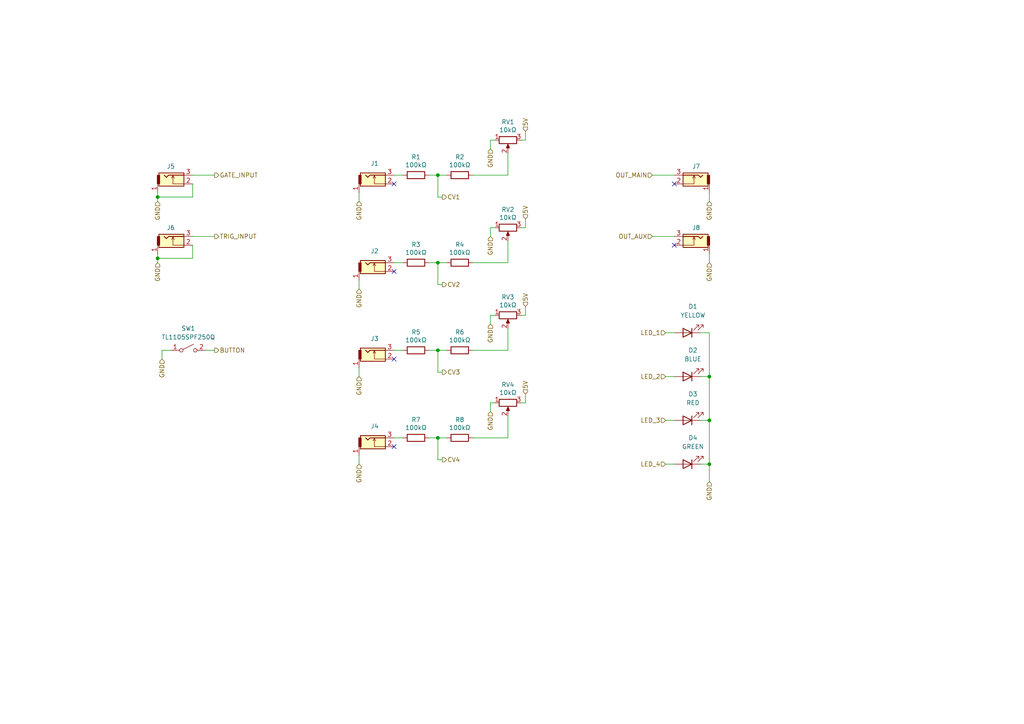
<source format=kicad_sch>
(kicad_sch (version 20231120) (generator "eeschema") (generator_version "8.0")
  (paper "A4")
  (title_block (title "Envelope") (date "2024-05-13") (rev "v2.0") (company "Free Modular"))
  (lib_symbols
    (symbol "Device:LED" (pin_numbers hide) (pin_names (offset 1.016) hide)
      (property "Reference" "D" (at 0 2.54 0))
      (property "Value" "LED" (at 0 -2.54 0))
      (symbol "LED_0_1"
        (polyline (pts (xy -1.27 -1.27) (xy -1.27 1.27)) (stroke (width 0.254)))
        (polyline (pts (xy -1.27 0) (xy 1.27 0)))
        (polyline (pts (xy 1.27 -1.27) (xy 1.27 1.27) (xy -1.27 0) (xy 1.27 -1.27)) (stroke (width 0.254)))
        (polyline (pts (xy -3.048 -0.762) (xy -4.572 -2.286) (xy -3.81 -2.286) (xy -4.572 -2.286) (xy -4.572 -1.524)))
        (polyline (pts (xy -1.778 -0.762) (xy -3.302 -2.286) (xy -2.54 -2.286) (xy -3.302 -2.286) (xy -3.302 -1.524)))
      )
      (symbol "LED_1_1"
        (pin passive line (at -3.81 0 0) (length 2.54) (name "K") (number "1"))
        (pin passive line (at 3.81 0 180) (length 2.54) (name "A") (number "2"))
      )
    )
    (symbol "Device:R" (pin_numbers hide) (pin_names (offset 0))
      (property "Reference" "R" (at 2.032 0 90))
      (property "Value" "R" (at 0 0 90))
      (symbol "R_0_1"
        (rectangle (start -1.016 -2.54) (end 1.016 2.54) (stroke (width 0.254)))
      )
      (symbol "R_1_1"
        (pin passive line (at 0 3.81 270) (length 1.27) (name "~") (number "1"))
        (pin passive line (at 0 -3.81 90) (length 1.27) (name "~") (number "2"))
      )
    )
    (symbol "FreeModular:THONKICONN" (pin_names (offset 1.016))
      (property "Reference" "J" (at -1.27 4.445 0))
      (symbol "THONKICONN_0_1"
        (rectangle (start -4.699 3.175) (end 2.54 -0.635) (stroke (width 0.254)) (fill (type background)))
        (rectangle (start -4.445 0) (end -5.207 2.54) (fill (type outline)))
        (polyline (pts (xy -0.635 2.413) (xy -0.254 1.651)))
        (polyline (pts (xy 2.54 0) (xy -0.635 0) (xy -0.635 2.413) (xy -1.016 1.651)))
        (polyline (pts (xy 2.54 2.54) (xy -1.905 2.54) (xy -2.54 1.905) (xy -3.175 2.54)) (stroke (width 0.254)))
      )
      (symbol "THONKICONN_1_1"
        (pin passive line (at -5.08 -2.54 90) (length 2.54) (name "~") (number "1"))
        (pin passive line (at 5.08 0 180) (length 2.54) (name "~") (number "2"))
        (pin passive line (at 5.08 2.54 180) (length 2.54) (name "~") (number "3"))
      )
    )
    (symbol "Switch:SW_SPST" (pin_names (offset 0) hide)
      (property "Reference" "SW" (at 0 3.175 0))
      (property "Value" "SW_SPST" (at 0 -2.54 0))
      (symbol "SW_SPST_0_0"
        (circle (center -2.032 0) (radius 0.508))
        (polyline (pts (xy -1.524 0.254) (xy 1.524 1.778)))
        (circle (center 2.032 0) (radius 0.508))
      )
      (symbol "SW_SPST_1_1"
        (pin passive line (at -5.08 0 0) (length 2.54) (name "A") (number "1"))
        (pin passive line (at 5.08 0 180) (length 2.54) (name "B") (number "2"))
      )
    )
    (symbol "envelope_front_pcb-rescue:R_POT-Device" (pin_names (offset 1.016) hide)
      (property "Reference" "RV" (at -4.445 0 90))
      (property "Value" "Device_R_POT" (at -2.54 0 90))
      (symbol "R_POT-Device_0_1"
        (polyline (pts (xy 2.54 0) (xy 1.524 0)))
        (polyline (pts (xy 1.143 0) (xy 2.286 0.508) (xy 2.286 -0.508) (xy 1.143 0)) (fill (type outline)))
        (rectangle (start 1.016 2.54) (end -1.016 -2.54) (stroke (width 0.254)))
      )
      (symbol "R_POT-Device_1_1"
        (pin passive line (at 0 3.81 270) (length 1.27) (name "1") (number "1"))
        (pin passive line (at 3.81 0 180) (length 1.27) (name "2") (number "2"))
        (pin passive line (at 0 -3.81 90) (length 1.27) (name "3") (number "3"))
      )
    )
    (symbol "envelope_front_pcb-rescue:THONKICONN-free_modular" (pin_names (offset 1.016))
      (property "Reference" "J" (at -1.27 4.445 0))
      (symbol "THONKICONN-free_modular_0_1"
        (rectangle (start -4.699 3.175) (end 2.54 -0.635) (stroke (width 0.254)) (fill (type background)))
        (rectangle (start -4.445 0) (end -5.207 2.54) (fill (type outline)))
        (polyline (pts (xy -0.635 2.413) (xy -0.254 1.651)))
        (polyline (pts (xy 2.54 0) (xy -0.635 0) (xy -0.635 2.413) (xy -1.016 1.651)))
        (polyline (pts (xy 2.54 2.54) (xy -1.905 2.54) (xy -2.54 1.905) (xy -3.175 2.54)) (stroke (width 0.254)))
      )
      (symbol "THONKICONN-free_modular_1_1"
        (pin passive line (at -5.08 -2.54 90) (length 2.54) (name "~") (number "1"))
        (pin passive line (at 5.08 0 180) (length 2.54) (name "~") (number "2"))
        (pin passive line (at 5.08 2.54 180) (length 2.54) (name "~") (number "3"))
      )
    )
  )
  (junction (at 205.74 134.62))
  (junction (at 45.72 74.93))
  (junction (at 205.74 109.22))
  (junction (at 127 127))
  (junction (at 127 50.8))
  (junction (at 127 76.2))
  (junction (at 205.74 121.92))
  (junction (at 45.72 57.15))
  (junction (at 127 101.6))
  (no_connect (at 114.3 78.74))
  (no_connect (at 195.58 71.12))
  (no_connect (at 195.58 53.34))
  (no_connect (at 114.3 104.14))
  (no_connect (at 114.3 129.54))
  (no_connect (at 114.3 53.34))
  (wire (pts (xy 45.72 57.15) (xy 45.72 58.42)))
  (wire (pts (xy 127 76.2) (xy 129.54 76.2)))
  (wire (pts (xy 193.04 121.92) (xy 195.58 121.92)))
  (wire (pts (xy 147.32 120.65) (xy 147.32 127)))
  (wire (pts (xy 49.53 101.6) (xy 46.99 101.6)))
  (wire (pts (xy 127 133.35) (xy 128.27 133.35)))
  (wire (pts (xy 152.4 63.5) (xy 152.4 66.04)))
  (wire (pts (xy 55.88 71.12) (xy 55.88 74.93)))
  (wire (pts (xy 143.51 91.44) (xy 142.24 91.44)))
  (wire (pts (xy 203.2 96.52) (xy 205.74 96.52)))
  (wire (pts (xy 137.16 76.2) (xy 147.32 76.2)))
  (wire (pts (xy 45.72 73.66) (xy 45.72 74.93)))
  (wire (pts (xy 143.51 116.84) (xy 142.24 116.84)))
  (wire (pts (xy 152.4 40.64) (xy 151.13 40.64)))
  (wire (pts (xy 127 127) (xy 127 133.35)))
  (wire (pts (xy 205.74 134.62) (xy 205.74 139.7)))
  (wire (pts (xy 205.74 55.88) (xy 205.74 58.42)))
  (wire (pts (xy 55.88 50.8) (xy 62.23 50.8)))
  (wire (pts (xy 152.4 38.1) (xy 152.4 40.64)))
  (wire (pts (xy 62.23 101.6) (xy 59.69 101.6)))
  (wire (pts (xy 114.3 127) (xy 116.84 127)))
  (wire (pts (xy 55.88 74.93) (xy 45.72 74.93)))
  (wire (pts (xy 137.16 127) (xy 147.32 127)))
  (wire (pts (xy 55.88 53.34) (xy 55.88 57.15)))
  (wire (pts (xy 124.46 127) (xy 127 127)))
  (wire (pts (xy 127 101.6) (xy 129.54 101.6)))
  (wire (pts (xy 195.58 68.58) (xy 189.23 68.58)))
  (wire (pts (xy 152.4 91.44) (xy 151.13 91.44)))
  (wire (pts (xy 45.72 55.88) (xy 45.72 57.15)))
  (wire (pts (xy 104.14 109.22) (xy 104.14 106.68)))
  (wire (pts (xy 152.4 66.04) (xy 151.13 66.04)))
  (wire (pts (xy 104.14 58.42) (xy 104.14 55.88)))
  (wire (pts (xy 205.74 109.22) (xy 205.74 121.92)))
  (wire (pts (xy 142.24 40.64) (xy 142.24 43.18)))
  (wire (pts (xy 114.3 76.2) (xy 116.84 76.2)))
  (wire (pts (xy 143.51 66.04) (xy 142.24 66.04)))
  (wire (pts (xy 127 82.55) (xy 128.27 82.55)))
  (wire (pts (xy 205.74 96.52) (xy 205.74 109.22)))
  (wire (pts (xy 114.3 50.8) (xy 116.84 50.8)))
  (wire (pts (xy 203.2 121.92) (xy 205.74 121.92)))
  (wire (pts (xy 127 76.2) (xy 127 82.55)))
  (wire (pts (xy 147.32 69.85) (xy 147.32 76.2)))
  (wire (pts (xy 55.88 57.15) (xy 45.72 57.15)))
  (wire (pts (xy 152.4 116.84) (xy 151.13 116.84)))
  (wire (pts (xy 127 107.95) (xy 128.27 107.95)))
  (wire (pts (xy 143.51 40.64) (xy 142.24 40.64)))
  (wire (pts (xy 127 50.8) (xy 129.54 50.8)))
  (wire (pts (xy 142.24 66.04) (xy 142.24 68.58)))
  (wire (pts (xy 137.16 101.6) (xy 147.32 101.6)))
  (wire (pts (xy 193.04 109.22) (xy 195.58 109.22)))
  (wire (pts (xy 152.4 114.3) (xy 152.4 116.84)))
  (wire (pts (xy 127 57.15) (xy 128.27 57.15)))
  (wire (pts (xy 152.4 88.9) (xy 152.4 91.44)))
  (wire (pts (xy 205.74 73.66) (xy 205.74 76.2)))
  (wire (pts (xy 104.14 83.82) (xy 104.14 81.28)))
  (wire (pts (xy 124.46 76.2) (xy 127 76.2)))
  (wire (pts (xy 147.32 50.8) (xy 137.16 50.8)))
  (wire (pts (xy 46.99 101.6) (xy 46.99 104.14)))
  (wire (pts (xy 55.88 68.58) (xy 62.23 68.58)))
  (wire (pts (xy 114.3 101.6) (xy 116.84 101.6)))
  (wire (pts (xy 124.46 101.6) (xy 127 101.6)))
  (wire (pts (xy 104.14 134.62) (xy 104.14 132.08)))
  (wire (pts (xy 195.58 50.8) (xy 189.23 50.8)))
  (wire (pts (xy 127 127) (xy 129.54 127)))
  (wire (pts (xy 142.24 116.84) (xy 142.24 119.38)))
  (wire (pts (xy 45.72 74.93) (xy 45.72 76.2)))
  (wire (pts (xy 203.2 134.62) (xy 205.74 134.62)))
  (wire (pts (xy 127 50.8) (xy 127 57.15)))
  (wire (pts (xy 203.2 109.22) (xy 205.74 109.22)))
  (wire (pts (xy 124.46 50.8) (xy 127 50.8)))
  (wire (pts (xy 142.24 91.44) (xy 142.24 93.98)))
  (wire (pts (xy 193.04 134.62) (xy 195.58 134.62)))
  (wire (pts (xy 127 101.6) (xy 127 107.95)))
  (wire (pts (xy 147.32 95.25) (xy 147.32 101.6)))
  (wire (pts (xy 205.74 121.92) (xy 205.74 134.62)))
  (wire (pts (xy 147.32 44.45) (xy 147.32 50.8)))
  (wire (pts (xy 193.04 96.52) (xy 195.58 96.52)))
  (hierarchical_label "CV2" (shape output) (at 128.27 82.55 0))
  (hierarchical_label "BUTTON" (shape output) (at 62.23 101.6 0))
  (hierarchical_label "GND" (shape input) (at 142.24 43.18 270))
  (hierarchical_label "GND" (shape input) (at 205.74 76.2 270))
  (hierarchical_label "GND" (shape input) (at 104.14 134.62 270))
  (hierarchical_label "GND" (shape input) (at 205.74 139.7 270))
  (hierarchical_label "GND" (shape input) (at 104.14 83.82 270))
  (hierarchical_label "GND" (shape input) (at 104.14 109.22 270))
  (hierarchical_label "CV4" (shape output) (at 128.27 133.35 0))
  (hierarchical_label "OUT_AUX" (shape input) (at 189.23 68.58 180))
  (hierarchical_label "LED_3" (shape input) (at 193.04 121.92 180))
  (hierarchical_label "5V" (shape input) (at 152.4 114.3 90))
  (hierarchical_label "GND" (shape input) (at 46.99 104.14 270))
  (hierarchical_label "TRIG_INPUT" (shape output) (at 62.23 68.58 0))
  (hierarchical_label "GND" (shape input) (at 205.74 58.42 270))
  (hierarchical_label "CV3" (shape output) (at 128.27 107.95 0))
  (hierarchical_label "GND" (shape input) (at 142.24 119.38 270))
  (hierarchical_label "GND" (shape input) (at 45.72 58.42 270))
  (hierarchical_label "GND" (shape input) (at 104.14 58.42 270))
  (hierarchical_label "LED_4" (shape input) (at 193.04 134.62 180))
  (hierarchical_label "GND" (shape input) (at 45.72 76.2 270))
  (hierarchical_label "LED_2" (shape input) (at 193.04 109.22 180))
  (hierarchical_label "GND" (shape input) (at 142.24 68.58 270))
  (hierarchical_label "OUT_MAIN" (shape input) (at 189.23 50.8 180))
  (hierarchical_label "GATE_INPUT" (shape output) (at 62.23 50.8 0))
  (hierarchical_label "CV1" (shape output) (at 128.27 57.15 0))
  (hierarchical_label "5V" (shape input) (at 152.4 88.9 90))
  (hierarchical_label "GND" (shape input) (at 142.24 93.98 270))
  (hierarchical_label "5V" (shape input) (at 152.4 63.5 90))
  (hierarchical_label "LED_1" (shape input) (at 193.04 96.52 180))
  (hierarchical_label "5V" (shape input) (at 152.4 38.1 90))
  (symbol (lib_id "envelope_front_pcb-rescue:THONKICONN-free_modular") (at 109.22 104.14 0) (unit 1)
    (property "Reference" "J3" (at 108.6612 98.2218 0))
    (property "Value" "THONKICONN" (effects (hide yes)))
    (property "Footprint" "FreeModular:THONKICONN" (effects (hide yes)))
  )
  (symbol (lib_id "Device:R") (at 120.65 76.2 90) (unit 1)
    (property "Reference" "R3" (at 120.65 70.9422 90))
    (property "Value" "100kΩ" (at 120.65 73.2536 90))
    (property "Footprint" "Resistor_THT:R_Axial_DIN0207_L6.3mm_D2.5mm_P10.16mm_Horizontal" (effects (hide yes)))
  )
  (symbol (lib_id "Device:R") (at 133.35 127 90) (unit 1)
    (property "Reference" "R8" (at 133.35 121.7422 90))
    (property "Value" "100kΩ" (at 133.35 124.0536 90))
    (property "Footprint" "Resistor_THT:R_Axial_DIN0207_L6.3mm_D2.5mm_P10.16mm_Horizontal" (effects (hide yes)))
  )
  (symbol (lib_id "envelope_front_pcb-rescue:R_POT-Device") (at 147.32 40.64 90) (mirror x) (unit 1)
    (property "Reference" "RV1" (at 147.32 35.3822 90))
    (property "Value" "10kΩ" (at 147.32 37.6936 90))
    (property "Footprint" "Potentiometer_THT:Potentiometer_Alpha_RD901F-40-00D_Single_Vertical" (effects (hide yes)))
  )
  (symbol (lib_id "envelope_front_pcb-rescue:THONKICONN-free_modular") (at 109.22 129.54 0) (unit 1)
    (property "Reference" "J4" (at 108.6612 123.6218 0))
    (property "Value" "THONKICONN" (effects (hide yes)))
    (property "Footprint" "FreeModular:THONKICONN" (effects (hide yes)))
  )
  (symbol (lib_id "Device:LED") (at 199.39 109.22 180) (unit 1)
    (property "Reference" "D2" (at 200.9775 101.6 0))
    (property "Value" "BLUE" (at 200.9775 104.14 0))
    (property "Footprint" "LED_THT:LED_D3.0mm" (effects (hide yes)))
    (property "Description" "Light emitting diode" (effects (hide yes)))
  )
  (symbol (lib_id "FreeModular:THONKICONN") (at 50.8 53.34 0) (unit 1)
    (property "Reference" "J5" (at 49.53 48.26 0))
    (property "Value" "THONKICONN" (effects (hide yes)))
    (property "Footprint" "FreeModular:THONKICONN" (effects (hide yes)))
    (property "Description" "2-pin audio jack receptable (mono/TS connector) with switching contact" (effects (hide yes)))
  )
  (symbol (lib_id "envelope_front_pcb-rescue:R_POT-Device") (at 147.32 66.04 90) (mirror x) (unit 1)
    (property "Reference" "RV2" (at 147.32 60.7822 90))
    (property "Value" "10kΩ" (at 147.32 63.0936 90))
    (property "Footprint" "Potentiometer_THT:Potentiometer_Alpha_RD901F-40-00D_Single_Vertical" (effects (hide yes)))
  )
  (symbol (lib_id "Device:R") (at 120.65 50.8 90) (unit 1)
    (property "Reference" "R1" (at 120.65 45.5422 90))
    (property "Value" "100kΩ" (at 120.65 47.8536 90))
    (property "Footprint" "Resistor_THT:R_Axial_DIN0207_L6.3mm_D2.5mm_P10.16mm_Horizontal" (effects (hide yes)))
  )
  (symbol (lib_id "Device:R") (at 120.65 101.6 90) (unit 1)
    (property "Reference" "R5" (at 120.65 96.3422 90))
    (property "Value" "100kΩ" (at 120.65 98.6536 90))
    (property "Footprint" "Resistor_THT:R_Axial_DIN0207_L6.3mm_D2.5mm_P10.16mm_Horizontal" (effects (hide yes)))
  )
  (symbol (lib_id "Switch:SW_SPST") (at 54.61 101.6 0) (unit 1)
    (property "Reference" "SW1" (at 54.61 95.25 0))
    (property "Value" "TL1105SPF250Q" (at 54.61 97.79 0))
    (property "Footprint" "Button_Switch_THT:SW_PUSH_6mm_H13mm" (effects (hide yes)))
    (property "Description" "Single Pole Single Throw (SPST) switch" (effects (hide yes)))
  )
  (symbol (lib_id "Device:R") (at 133.35 50.8 90) (unit 1)
    (property "Reference" "R2" (at 133.35 45.5422 90))
    (property "Value" "100kΩ" (at 133.35 47.8536 90))
    (property "Footprint" "Resistor_THT:R_Axial_DIN0207_L6.3mm_D2.5mm_P10.16mm_Horizontal" (effects (hide yes)))
  )
  (symbol (lib_id "Device:R") (at 133.35 76.2 90) (unit 1)
    (property "Reference" "R4" (at 133.35 70.9422 90))
    (property "Value" "100kΩ" (at 133.35 73.2536 90))
    (property "Footprint" "Resistor_THT:R_Axial_DIN0207_L6.3mm_D2.5mm_P10.16mm_Horizontal" (effects (hide yes)))
  )
  (symbol (lib_id "FreeModular:THONKICONN") (at 50.8 71.12 0) (unit 1)
    (property "Reference" "J6" (at 49.53 66.04 0))
    (property "Value" "THONKICONN" (effects (hide yes)))
    (property "Footprint" "FreeModular:THONKICONN" (effects (hide yes)))
    (property "Description" "2-pin audio jack receptable (mono/TS connector) with switching contact" (effects (hide yes)))
  )
  (symbol (lib_id "FreeModular:THONKICONN") (at 200.66 53.34 0) (mirror y) (unit 1)
    (property "Reference" "J7" (at 201.93 48.26 0))
    (property "Value" "THONKICONN" (effects (hide yes)))
    (property "Footprint" "FreeModular:THONKICONN" (effects (hide yes)))
    (property "Description" "2-pin audio jack receptable (mono/TS connector) with switching contact" (effects (hide yes)))
  )
  (symbol (lib_id "Device:R") (at 133.35 101.6 90) (unit 1)
    (property "Reference" "R6" (at 133.35 96.3422 90))
    (property "Value" "100kΩ" (at 133.35 98.6536 90))
    (property "Footprint" "Resistor_THT:R_Axial_DIN0207_L6.3mm_D2.5mm_P10.16mm_Horizontal" (effects (hide yes)))
  )
  (symbol (lib_id "Device:LED") (at 199.39 134.62 180) (unit 1)
    (property "Reference" "D4" (at 200.9775 127 0))
    (property "Value" "GREEN" (at 200.9775 129.54 0))
    (property "Footprint" "LED_THT:LED_D3.0mm" (effects (hide yes)))
    (property "Description" "Light emitting diode" (effects (hide yes)))
  )
  (symbol (lib_id "Device:R") (at 120.65 127 90) (unit 1)
    (property "Reference" "R7" (at 120.65 121.7422 90))
    (property "Value" "100kΩ" (at 120.65 124.0536 90))
    (property "Footprint" "Resistor_THT:R_Axial_DIN0207_L6.3mm_D2.5mm_P10.16mm_Horizontal" (effects (hide yes)))
  )
  (symbol (lib_id "Device:LED") (at 199.39 121.92 180) (unit 1)
    (property "Reference" "D3" (at 200.9775 114.3 0))
    (property "Value" "RED" (at 200.9775 116.84 0))
    (property "Footprint" "LED_THT:LED_D3.0mm" (effects (hide yes)))
    (property "Description" "Light emitting diode" (effects (hide yes)))
  )
  (symbol (lib_id "envelope_front_pcb-rescue:THONKICONN-free_modular") (at 109.22 53.34 0) (unit 1)
    (property "Reference" "J1" (at 108.6612 47.4218 0))
    (property "Value" "THONKICONN" (effects (hide yes)))
    (property "Footprint" "FreeModular:THONKICONN" (effects (hide yes)))
  )
  (symbol (lib_id "Device:LED") (at 199.39 96.52 180) (unit 1)
    (property "Reference" "D1" (at 200.9775 88.9 0))
    (property "Value" "YELLOW" (at 200.9775 91.44 0))
    (property "Footprint" "LED_THT:LED_D3.0mm" (effects (hide yes)))
    (property "Description" "Light emitting diode" (effects (hide yes)))
  )
  (symbol (lib_id "envelope_front_pcb-rescue:THONKICONN-free_modular") (at 109.22 78.74 0) (unit 1)
    (property "Reference" "J2" (at 108.6612 72.8218 0))
    (property "Value" "THONKICONN" (effects (hide yes)))
    (property "Footprint" "FreeModular:THONKICONN" (effects (hide yes)))
  )
  (symbol (lib_id "FreeModular:THONKICONN") (at 200.66 71.12 0) (mirror y) (unit 1)
    (property "Reference" "J8" (at 201.93 66.04 0))
    (property "Value" "THONKICONN" (effects (hide yes)))
    (property "Footprint" "FreeModular:THONKICONN" (effects (hide yes)))
    (property "Description" "2-pin audio jack receptable (mono/TS connector) with switching contact" (effects (hide yes)))
  )
  (symbol (lib_id "envelope_front_pcb-rescue:R_POT-Device") (at 147.32 91.44 90) (mirror x) (unit 1)
    (property "Reference" "RV3" (at 147.32 86.1822 90))
    (property "Value" "10kΩ" (at 147.32 88.4936 90))
    (property "Footprint" "Potentiometer_THT:Potentiometer_Alpha_RD901F-40-00D_Single_Vertical" (effects (hide yes)))
  )
  (symbol (lib_id "envelope_front_pcb-rescue:R_POT-Device") (at 147.32 116.84 90) (mirror x) (unit 1)
    (property "Reference" "RV4" (at 147.32 111.5822 90))
    (property "Value" "10kΩ" (at 147.32 113.8936 90))
    (property "Footprint" "Potentiometer_THT:Potentiometer_Alpha_RD901F-40-00D_Single_Vertical" (effects (hide yes)))
  )
)
</source>
